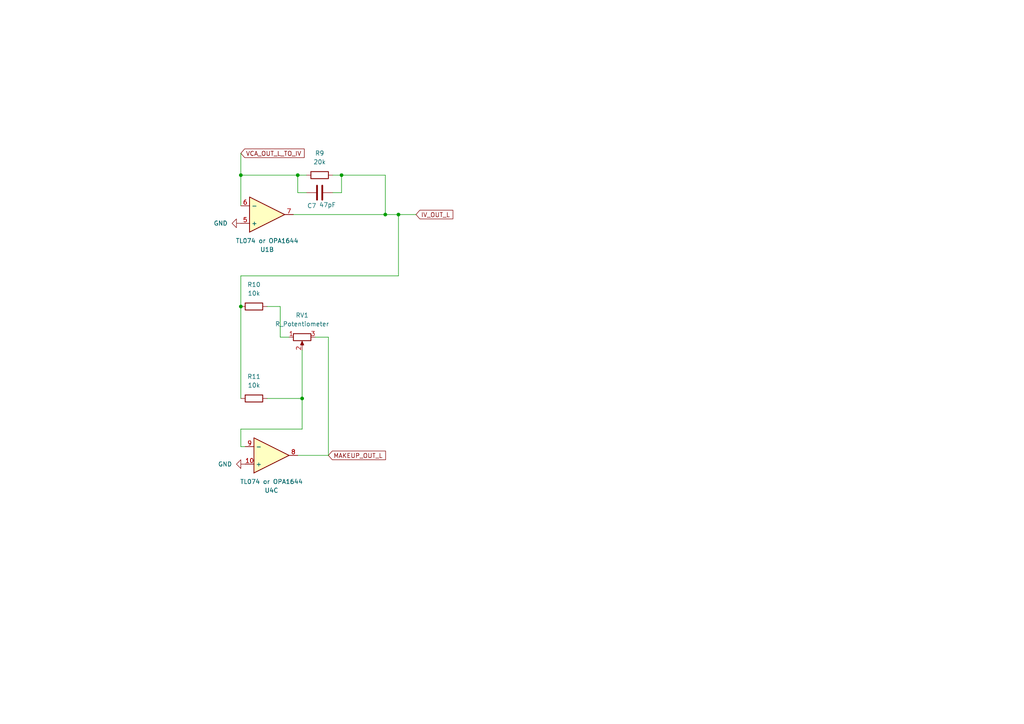
<source format=kicad_sch>
(kicad_sch (version 20250114) (generator "eeschema") (generator_version "9.0")
  (paper "A4")
  (lib_symbols
    (symbol "Device:C" (pin_numbers (hide yes)) (pin_names (offset 0.254))
      (property "Reference" "C" (at 0.635 2.54 0))
      (property "Value" "C" (at 0.635 -2.54 0))
      (symbol "C_0_1"
        (polyline (pts (xy -2.032 0.762) (xy 2.032 0.762)) (stroke (width 0.508)))
        (polyline (pts (xy -2.032 -0.762) (xy 2.032 -0.762)) (stroke (width 0.508)))
      )
      (symbol "C_1_1"
        (pin passive line (at 0 3.81 270) (length 2.794) (name "~") (number "1"))
        (pin passive line (at 0 -3.81 90) (length 2.794) (name "~") (number "2"))
      )
    )
    (symbol "Device:Opamp_Quad"
      (property "Reference" "U" (at 0 5.08 0))
      (property "Value" "Opamp_Quad" (at 0 -5.08 0))
      (symbol "Opamp_Quad_1_1"
        (polyline (pts (xy -5.08 5.08) (xy 5.08 0) (xy -5.08 -5.08) (xy -5.08 5.08)) (stroke (width 0.254)) (fill (type background)))
        (pin input line (at -7.62 2.54 0) (length 2.54) (name "+") (number "3"))
        (pin input line (at -7.62 -2.54 0) (length 2.54) (name "-") (number "2"))
        (pin output line (at 7.62 0 180) (length 2.54) (name "~") (number "1"))
      )
      (symbol "Opamp_Quad_2_1"
        (polyline (pts (xy -5.08 5.08) (xy 5.08 0) (xy -5.08 -5.08) (xy -5.08 5.08)) (stroke (width 0.254)) (fill (type background)))
        (pin input line (at -7.62 2.54 0) (length 2.54) (name "+") (number "5"))
        (pin input line (at -7.62 -2.54 0) (length 2.54) (name "-") (number "6"))
        (pin output line (at 7.62 0 180) (length 2.54) (name "~") (number "7"))
      )
      (symbol "Opamp_Quad_3_1"
        (polyline (pts (xy -5.08 5.08) (xy 5.08 0) (xy -5.08 -5.08) (xy -5.08 5.08)) (stroke (width 0.254)) (fill (type background)))
        (pin input line (at -7.62 2.54 0) (length 2.54) (name "+") (number "10"))
        (pin input line (at -7.62 -2.54 0) (length 2.54) (name "-") (number "9"))
        (pin output line (at 7.62 0 180) (length 2.54) (name "~") (number "8"))
      )
      (symbol "Opamp_Quad_4_1"
        (polyline (pts (xy -5.08 5.08) (xy 5.08 0) (xy -5.08 -5.08) (xy -5.08 5.08)) (stroke (width 0.254)) (fill (type background)))
        (pin input line (at -7.62 2.54 0) (length 2.54) (name "+") (number "12"))
        (pin input line (at -7.62 -2.54 0) (length 2.54) (name "-") (number "13"))
        (pin output line (at 7.62 0 180) (length 2.54) (name "~") (number "14"))
      )
      (symbol "Opamp_Quad_5_1"
        (pin power_in line (at -2.54 7.62 270) (length 3.81) (name "V+") (number "4"))
        (pin power_in line (at -2.54 -7.62 90) (length 3.81) (name "V-") (number "11"))
      )
    )
    (symbol "Device:R" (pin_numbers (hide yes)) (pin_names (offset 0))
      (property "Reference" "R" (at 2.032 0 90))
      (property "Value" "R" (at 0 0 90))
      (symbol "R_0_1"
        (rectangle (start -1.016 -2.54) (end 1.016 2.54) (stroke (width 0.254)))
      )
      (symbol "R_1_1"
        (pin passive line (at 0 3.81 270) (length 1.27) (name "~") (number "1"))
        (pin passive line (at 0 -3.81 90) (length 1.27) (name "~") (number "2"))
      )
    )
    (symbol "Device:R_Potentiometer" (pin_names (offset 1.016) (hide yes))
      (property "Reference" "RV" (at -4.445 0 90))
      (property "Value" "R_Potentiometer" (at -2.54 0 90))
      (symbol "R_Potentiometer_0_1"
        (rectangle (start 1.016 2.54) (end -1.016 -2.54) (stroke (width 0.254)))
        (polyline (pts (xy 1.143 0) (xy 2.286 0.508) (xy 2.286 -0.508) (xy 1.143 0)) (fill (type outline)))
        (polyline (pts (xy 2.54 0) (xy 1.524 0)))
      )
      (symbol "R_Potentiometer_1_1"
        (pin passive line (at 0 3.81 270) (length 1.27) (name "1") (number "1"))
        (pin passive line (at 0 -3.81 90) (length 1.27) (name "3") (number "3"))
        (pin passive line (at 3.81 0 180) (length 1.27) (name "2") (number "2"))
      )
    )
    (symbol "power:GND" (power) (pin_numbers (hide yes)) (pin_names (offset 0) (hide yes))
      (property "Value" "GND" (at 0 -3.81 0))
      (symbol "GND_0_1"
        (polyline (pts (xy 0 0) (xy 0 -1.27) (xy 1.27 -1.27) (xy 0 -2.54) (xy -1.27 -1.27) (xy 0 -1.27)))
      )
      (symbol "GND_1_1"
        (pin power_in line (at 0 0 270) (length 0) (name "~") (number "1"))
      )
    )
  )
  (junction (at 86.36 50.8))
  (junction (at 115.57 62.23))
  (junction (at 87.63 115.57))
  (junction (at 69.85 88.9))
  (junction (at 99.06 50.8))
  (junction (at 69.85 50.8))
  (junction (at 111.76 62.23))
  (wire (pts (xy 96.52 55.88) (xy 99.06 55.88)))
  (wire (pts (xy 83.82 97.79) (xy 81.28 97.79)))
  (wire (pts (xy 96.52 50.8) (xy 99.06 50.8)))
  (wire (pts (xy 77.47 88.9) (xy 81.28 88.9)))
  (wire (pts (xy 69.85 129.54) (xy 71.12 129.54)))
  (wire (pts (xy 69.85 50.8) (xy 69.85 59.69)))
  (wire (pts (xy 111.76 50.8) (xy 111.76 62.23)))
  (wire (pts (xy 87.63 115.57) (xy 87.63 124.46)))
  (wire (pts (xy 115.57 80.01) (xy 69.85 80.01)))
  (wire (pts (xy 111.76 62.23) (xy 115.57 62.23)))
  (wire (pts (xy 86.36 55.88) (xy 88.9 55.88)))
  (wire (pts (xy 99.06 50.8) (xy 111.76 50.8)))
  (wire (pts (xy 115.57 62.23) (xy 115.57 80.01)))
  (wire (pts (xy 85.09 62.23) (xy 111.76 62.23)))
  (wire (pts (xy 95.25 97.79) (xy 95.25 132.08)))
  (wire (pts (xy 115.57 62.23) (xy 120.65 62.23)))
  (wire (pts (xy 69.85 88.9) (xy 69.85 115.57)))
  (wire (pts (xy 86.36 50.8) (xy 88.9 50.8)))
  (wire (pts (xy 69.85 44.45) (xy 69.85 50.8)))
  (wire (pts (xy 99.06 55.88) (xy 99.06 50.8)))
  (wire (pts (xy 86.36 50.8) (xy 86.36 55.88)))
  (wire (pts (xy 69.85 80.01) (xy 69.85 88.9)))
  (wire (pts (xy 81.28 88.9) (xy 81.28 97.79)))
  (wire (pts (xy 91.44 97.79) (xy 95.25 97.79)))
  (wire (pts (xy 87.63 124.46) (xy 69.85 124.46)))
  (wire (pts (xy 69.85 124.46) (xy 69.85 129.54)))
  (wire (pts (xy 69.85 50.8) (xy 86.36 50.8)))
  (wire (pts (xy 95.25 132.08) (xy 86.36 132.08)))
  (wire (pts (xy 87.63 101.6) (xy 87.63 115.57)))
  (wire (pts (xy 77.47 115.57) (xy 87.63 115.57)))
  (global_label "VCA_OUT_L_TO_IV" (shape input) (at 69.85 44.45 0) (effects (font (thickness 0.1588))) (property "Intersheetrefs" "${INTERSHEET_REFS}" (effects (hide yes))))
  (global_label "IV_OUT_L" (shape input) (at 120.65 62.23 0) (property "Intersheetrefs" "${INTERSHEET_REFS}" (effects (hide yes))))
  (global_label "MAKEUP_OUT_L" (shape input) (at 95.25 132.08 0) (property "Intersheetrefs" "${INTERSHEET_REFS}" (effects (hide yes))))
  (symbol (lib_id "power:GND") (at 71.12 134.62 270) (unit 1)
    (property "Reference" "#PWR015" (effects (hide yes)))
    (property "Value" "GND" (at 67.31 134.6199 90) (effects (justify right)))
    (property "Description" "Power symbol creates a global label with name \"GND\" , ground" (effects (hide yes)))
  )
  (symbol (lib_id "Device:R") (at 92.71 50.8 90) (unit 1)
    (property "Reference" "R9" (at 92.71 44.45 90))
    (property "Value" "20k" (at 92.71 46.99 90))
    (property "Footprint" "Resistor_THT:R_Axial_DIN0207_L6.3mm_D2.5mm_P2.54mm_Vertical" (effects (hide yes)))
    (property "Description" "Resistor" (effects (hide yes)))
  )
  (symbol (lib_id "Device:R") (at 73.66 115.57 90) (unit 1)
    (property "Reference" "R11" (at 73.66 109.22 90))
    (property "Value" "10k" (at 73.66 111.76 90))
    (property "Footprint" "Resistor_THT:R_Axial_DIN0207_L6.3mm_D2.5mm_P2.54mm_Vertical" (effects (hide yes)))
    (property "Description" "Resistor" (effects (hide yes)))
  )
  (symbol (lib_id "Device:Opamp_Quad") (at 77.47 62.23 0) (mirror x) (unit 2)
    (property "Reference" "U1" (at 77.47 72.39 0))
    (property "Value" "TL074 or OPA1644" (at 77.47 69.85 0))
    (property "Footprint" "Package_DIP:DIP-14_W7.62mm_Socket" (effects (hide yes)))
    (property "Description" "Quad operational amplifier" (effects (hide yes)))
    (property "Sim.Library" "${KICAD9_SYMBOL_DIR}/Simulation_SPICE.sp" (effects (hide yes)))
    (property "Sim.Name" "kicad_builtin_opamp_quad" (effects (hide yes)))
    (property "Sim.Device" "SUBCKT" (effects (hide yes)))
    (property "Sim.Pins" "1=out1 2=in1- 3=in1+ 4=vcc 5=in2+ 6=in2- 7=out2 8=out3 9=in3- 10=in3+ 11=vee 12=in4+ 13=in4- 14=out4" (effects (hide yes)))
  )
  (symbol (lib_id "Device:C") (at 92.71 55.88 270) (unit 1)
    (property "Reference" "C7" (at 90.424 59.69 90))
    (property "Value" "47pF" (at 94.996 59.436 90))
    (property "Footprint" "Capacitor_THT:C_Disc_D4.3mm_W1.9mm_P5.00mm" (effects (hide yes)))
    (property "Description" "ceramic capacitor" (effects (hide yes)))
  )
  (symbol (lib_id "Device:R") (at 73.66 88.9 90) (unit 1)
    (property "Reference" "R10" (at 73.66 82.55 90))
    (property "Value" "10k" (at 73.66 85.09 90))
    (property "Footprint" "Resistor_THT:R_Axial_DIN0207_L6.3mm_D2.5mm_P2.54mm_Vertical" (effects (hide yes)))
    (property "Description" "Resistor" (effects (hide yes)))
  )
  (symbol (lib_id "Device:Opamp_Quad") (at 78.74 132.08 0) (mirror x) (unit 3)
    (property "Reference" "U4" (at 78.74 142.24 0))
    (property "Value" "TL074 or OPA1644" (at 78.74 139.7 0))
    (property "Footprint" "Package_DIP:DIP-14_W7.62mm_Socket" (effects (hide yes)))
    (property "Description" "Quad operational amplifier" (effects (hide yes)))
    (property "Sim.Library" "${KICAD9_SYMBOL_DIR}/Simulation_SPICE.sp" (effects (hide yes)))
    (property "Sim.Name" "kicad_builtin_opamp_quad" (effects (hide yes)))
    (property "Sim.Device" "SUBCKT" (effects (hide yes)))
    (property "Sim.Pins" "1=out1 2=in1- 3=in1+ 4=vcc 5=in2+ 6=in2- 7=out2 8=out3 9=in3- 10=in3+ 11=vee 12=in4+ 13=in4- 14=out4" (effects (hide yes)))
  )
  (symbol (lib_id "power:GND") (at 69.85 64.77 270) (unit 1)
    (property "Reference" "#PWR014" (effects (hide yes)))
    (property "Value" "GND" (at 66.04 64.7699 90) (effects (justify right)))
    (property "Description" "Power symbol creates a global label with name \"GND\" , ground" (effects (hide yes)))
  )
  (symbol (lib_id "Device:R_Potentiometer") (at 87.63 97.79 90) (mirror x) (unit 1)
    (property "Reference" "RV1" (at 87.63 91.44 90))
    (property "Value" "R_Potentiometer" (at 87.63 93.98 90))
    (property "Description" "Potentiometer" (effects (hide yes)))
  )
)
</source>
